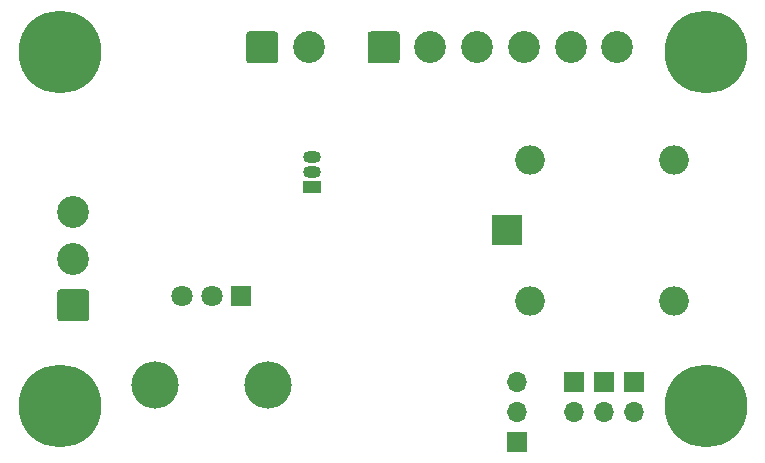
<source format=gbr>
G04 #@! TF.GenerationSoftware,KiCad,Pcbnew,(5.1.7)-1*
G04 #@! TF.CreationDate,2020-12-21T12:07:40-05:00*
G04 #@! TF.ProjectId,Fan Controller v3.0,46616e20-436f-46e7-9472-6f6c6c657220,A*
G04 #@! TF.SameCoordinates,Original*
G04 #@! TF.FileFunction,Soldermask,Bot*
G04 #@! TF.FilePolarity,Negative*
%FSLAX46Y46*%
G04 Gerber Fmt 4.6, Leading zero omitted, Abs format (unit mm)*
G04 Created by KiCad (PCBNEW (5.1.7)-1) date 2020-12-21 12:07:40*
%MOMM*%
%LPD*%
G01*
G04 APERTURE LIST*
%ADD10C,7.000000*%
%ADD11R,1.500000X1.050000*%
%ADD12O,1.500000X1.050000*%
%ADD13R,1.800000X1.800000*%
%ADD14C,1.800000*%
%ADD15O,4.000000X4.000000*%
%ADD16O,2.500000X2.500000*%
%ADD17R,2.500000X2.500000*%
%ADD18O,1.700000X1.700000*%
%ADD19R,1.700000X1.700000*%
%ADD20C,2.700000*%
G04 APERTURE END LIST*
D10*
G04 #@! TO.C,REF\u002A\u002A*
X144399000Y-43561000D03*
G04 #@! TD*
G04 #@! TO.C,REF\u002A\u002A*
X199136000Y-73533000D03*
G04 #@! TD*
G04 #@! TO.C,REF\u002A\u002A*
X199136000Y-43561000D03*
G04 #@! TD*
G04 #@! TO.C,REF\u002A\u002A*
X144399000Y-73533000D03*
G04 #@! TD*
D11*
G04 #@! TO.C,U1*
X165735000Y-54991000D03*
D12*
X165735000Y-52451000D03*
X165735000Y-53721000D03*
G04 #@! TD*
D13*
G04 #@! TO.C,RV1*
X159766000Y-64262000D03*
D14*
X157266000Y-64262000D03*
X154766000Y-64262000D03*
D15*
X162016000Y-71762000D03*
X152516000Y-71762000D03*
G04 #@! TD*
D16*
G04 #@! TO.C,K1*
X184245000Y-52674000D03*
X196445000Y-52674000D03*
X196445000Y-64674000D03*
X184245000Y-64674000D03*
D17*
X182245000Y-58674000D03*
G04 #@! TD*
D18*
G04 #@! TO.C,JP4*
X183134000Y-71501000D03*
X183134000Y-74041000D03*
D19*
X183134000Y-76581000D03*
G04 #@! TD*
D18*
G04 #@! TO.C,JP3*
X187960000Y-74041000D03*
D19*
X187960000Y-71501000D03*
G04 #@! TD*
D18*
G04 #@! TO.C,JP2*
X190500000Y-74041000D03*
D19*
X190500000Y-71501000D03*
G04 #@! TD*
D18*
G04 #@! TO.C,JP1*
X193040000Y-74041000D03*
D19*
X193040000Y-71501000D03*
G04 #@! TD*
D20*
G04 #@! TO.C,J3*
X191631000Y-43180000D03*
X187671000Y-43180000D03*
X183711000Y-43180000D03*
X179751000Y-43180000D03*
X175791000Y-43180000D03*
G36*
G01*
X170481000Y-44279999D02*
X170481000Y-42080001D01*
G75*
G02*
X170731001Y-41830000I250001J0D01*
G01*
X172930999Y-41830000D01*
G75*
G02*
X173181000Y-42080001I0J-250001D01*
G01*
X173181000Y-44279999D01*
G75*
G02*
X172930999Y-44530000I-250001J0D01*
G01*
X170731001Y-44530000D01*
G75*
G02*
X170481000Y-44279999I0J250001D01*
G01*
G37*
G04 #@! TD*
G04 #@! TO.C,J2*
X145542000Y-57104000D03*
X145542000Y-61064000D03*
G36*
G01*
X146641999Y-66374000D02*
X144442001Y-66374000D01*
G75*
G02*
X144192000Y-66123999I0J250001D01*
G01*
X144192000Y-63924001D01*
G75*
G02*
X144442001Y-63674000I250001J0D01*
G01*
X146641999Y-63674000D01*
G75*
G02*
X146892000Y-63924001I0J-250001D01*
G01*
X146892000Y-66123999D01*
G75*
G02*
X146641999Y-66374000I-250001J0D01*
G01*
G37*
G04 #@! TD*
G04 #@! TO.C,J1*
X165504000Y-43180000D03*
G36*
G01*
X160194000Y-44279999D02*
X160194000Y-42080001D01*
G75*
G02*
X160444001Y-41830000I250001J0D01*
G01*
X162643999Y-41830000D01*
G75*
G02*
X162894000Y-42080001I0J-250001D01*
G01*
X162894000Y-44279999D01*
G75*
G02*
X162643999Y-44530000I-250001J0D01*
G01*
X160444001Y-44530000D01*
G75*
G02*
X160194000Y-44279999I0J250001D01*
G01*
G37*
G04 #@! TD*
M02*

</source>
